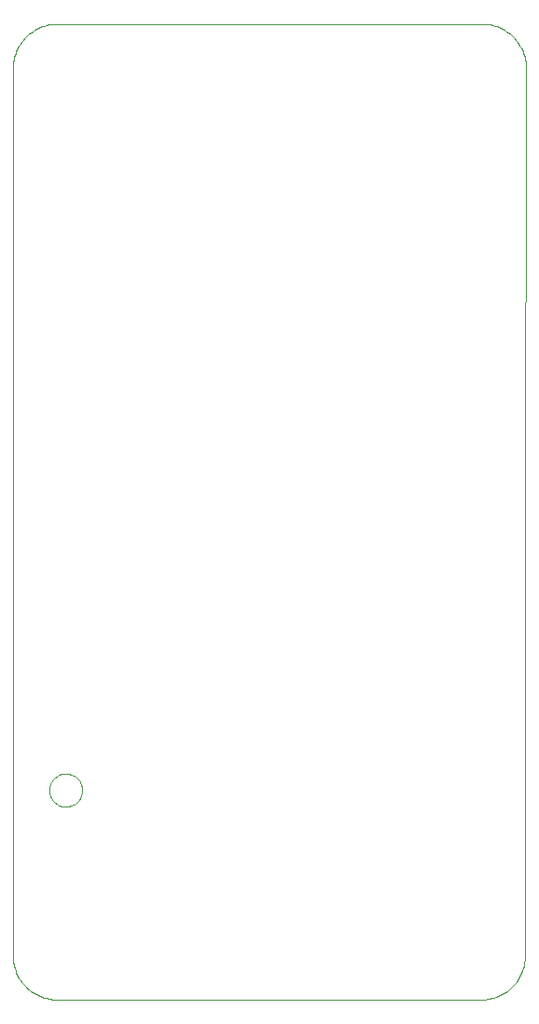
<source format=gko>
G75*
G70*
%OFA0B0*%
%FSLAX24Y24*%
%IPPOS*%
%LPD*%
%AMOC8*
5,1,8,0,0,1.08239X$1,22.5*
%
%ADD10C,0.0000*%
D10*
X013333Y009043D02*
X013333Y040736D01*
X013335Y040813D01*
X013341Y040890D01*
X013350Y040967D01*
X013363Y041043D01*
X013380Y041119D01*
X013401Y041193D01*
X013425Y041267D01*
X013453Y041339D01*
X013484Y041409D01*
X013519Y041478D01*
X013557Y041546D01*
X013598Y041611D01*
X013643Y041674D01*
X013691Y041735D01*
X013741Y041794D01*
X013794Y041850D01*
X013850Y041903D01*
X013909Y041953D01*
X013970Y042001D01*
X014033Y042046D01*
X014098Y042087D01*
X014166Y042125D01*
X014235Y042160D01*
X014305Y042191D01*
X014377Y042219D01*
X014451Y042243D01*
X014525Y042264D01*
X014601Y042281D01*
X014677Y042294D01*
X014754Y042303D01*
X014831Y042309D01*
X014908Y042311D01*
X030105Y042311D01*
X030182Y042309D01*
X030259Y042303D01*
X030336Y042294D01*
X030412Y042281D01*
X030488Y042264D01*
X030562Y042243D01*
X030636Y042219D01*
X030708Y042191D01*
X030778Y042160D01*
X030847Y042125D01*
X030915Y042087D01*
X030980Y042046D01*
X031043Y042001D01*
X031104Y041953D01*
X031163Y041903D01*
X031219Y041850D01*
X031272Y041794D01*
X031322Y041735D01*
X031370Y041674D01*
X031415Y041611D01*
X031456Y041546D01*
X031494Y041478D01*
X031529Y041409D01*
X031560Y041339D01*
X031588Y041267D01*
X031612Y041193D01*
X031633Y041119D01*
X031650Y041043D01*
X031663Y040967D01*
X031672Y040890D01*
X031678Y040813D01*
X031680Y040736D01*
X031640Y023925D01*
X031640Y009043D01*
X031641Y009043D02*
X031639Y008966D01*
X031633Y008889D01*
X031624Y008812D01*
X031611Y008736D01*
X031594Y008660D01*
X031573Y008586D01*
X031549Y008512D01*
X031521Y008440D01*
X031490Y008370D01*
X031455Y008301D01*
X031417Y008233D01*
X031376Y008168D01*
X031331Y008105D01*
X031283Y008044D01*
X031233Y007985D01*
X031180Y007929D01*
X031124Y007876D01*
X031065Y007826D01*
X031004Y007778D01*
X030941Y007733D01*
X030876Y007692D01*
X030808Y007654D01*
X030739Y007619D01*
X030669Y007588D01*
X030597Y007560D01*
X030523Y007536D01*
X030449Y007515D01*
X030373Y007498D01*
X030297Y007485D01*
X030220Y007476D01*
X030143Y007470D01*
X030066Y007468D01*
X030066Y007469D02*
X014908Y007469D01*
X014908Y007468D02*
X014831Y007470D01*
X014754Y007476D01*
X014677Y007485D01*
X014601Y007498D01*
X014525Y007515D01*
X014451Y007536D01*
X014377Y007560D01*
X014305Y007588D01*
X014235Y007619D01*
X014166Y007654D01*
X014098Y007692D01*
X014033Y007733D01*
X013970Y007778D01*
X013909Y007826D01*
X013850Y007876D01*
X013794Y007929D01*
X013741Y007985D01*
X013691Y008044D01*
X013643Y008105D01*
X013598Y008168D01*
X013557Y008233D01*
X013519Y008301D01*
X013484Y008370D01*
X013453Y008440D01*
X013425Y008512D01*
X013401Y008586D01*
X013380Y008660D01*
X013363Y008736D01*
X013350Y008812D01*
X013341Y008889D01*
X013335Y008966D01*
X013333Y009043D01*
X014632Y014949D02*
X014634Y014997D01*
X014640Y015045D01*
X014650Y015092D01*
X014663Y015138D01*
X014681Y015183D01*
X014701Y015227D01*
X014726Y015269D01*
X014754Y015308D01*
X014784Y015345D01*
X014818Y015379D01*
X014855Y015411D01*
X014893Y015440D01*
X014934Y015465D01*
X014977Y015487D01*
X015022Y015505D01*
X015068Y015519D01*
X015115Y015530D01*
X015163Y015537D01*
X015211Y015540D01*
X015259Y015539D01*
X015307Y015534D01*
X015355Y015525D01*
X015401Y015513D01*
X015446Y015496D01*
X015490Y015476D01*
X015532Y015453D01*
X015572Y015426D01*
X015610Y015396D01*
X015645Y015363D01*
X015677Y015327D01*
X015707Y015289D01*
X015733Y015248D01*
X015755Y015205D01*
X015775Y015161D01*
X015790Y015116D01*
X015802Y015069D01*
X015810Y015021D01*
X015814Y014973D01*
X015814Y014925D01*
X015810Y014877D01*
X015802Y014829D01*
X015790Y014782D01*
X015775Y014737D01*
X015755Y014693D01*
X015733Y014650D01*
X015707Y014609D01*
X015677Y014571D01*
X015645Y014535D01*
X015610Y014502D01*
X015572Y014472D01*
X015532Y014445D01*
X015490Y014422D01*
X015446Y014402D01*
X015401Y014385D01*
X015355Y014373D01*
X015307Y014364D01*
X015259Y014359D01*
X015211Y014358D01*
X015163Y014361D01*
X015115Y014368D01*
X015068Y014379D01*
X015022Y014393D01*
X014977Y014411D01*
X014934Y014433D01*
X014893Y014458D01*
X014855Y014487D01*
X014818Y014519D01*
X014784Y014553D01*
X014754Y014590D01*
X014726Y014629D01*
X014701Y014671D01*
X014681Y014715D01*
X014663Y014760D01*
X014650Y014806D01*
X014640Y014853D01*
X014634Y014901D01*
X014632Y014949D01*
M02*

</source>
